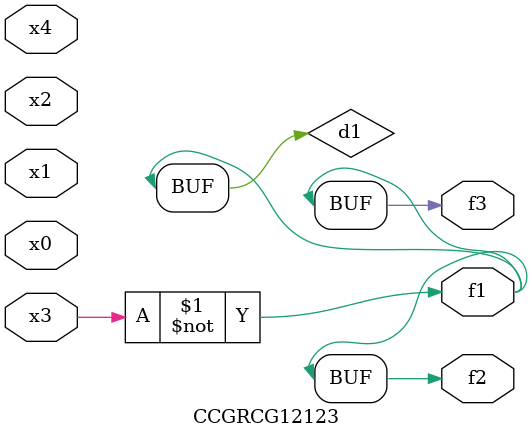
<source format=v>
module CCGRCG12123(
	input x0, x1, x2, x3, x4,
	output f1, f2, f3
);

	wire d1, d2;

	xnor (d1, x3);
	not (d2, x1);
	assign f1 = d1;
	assign f2 = d1;
	assign f3 = d1;
endmodule

</source>
